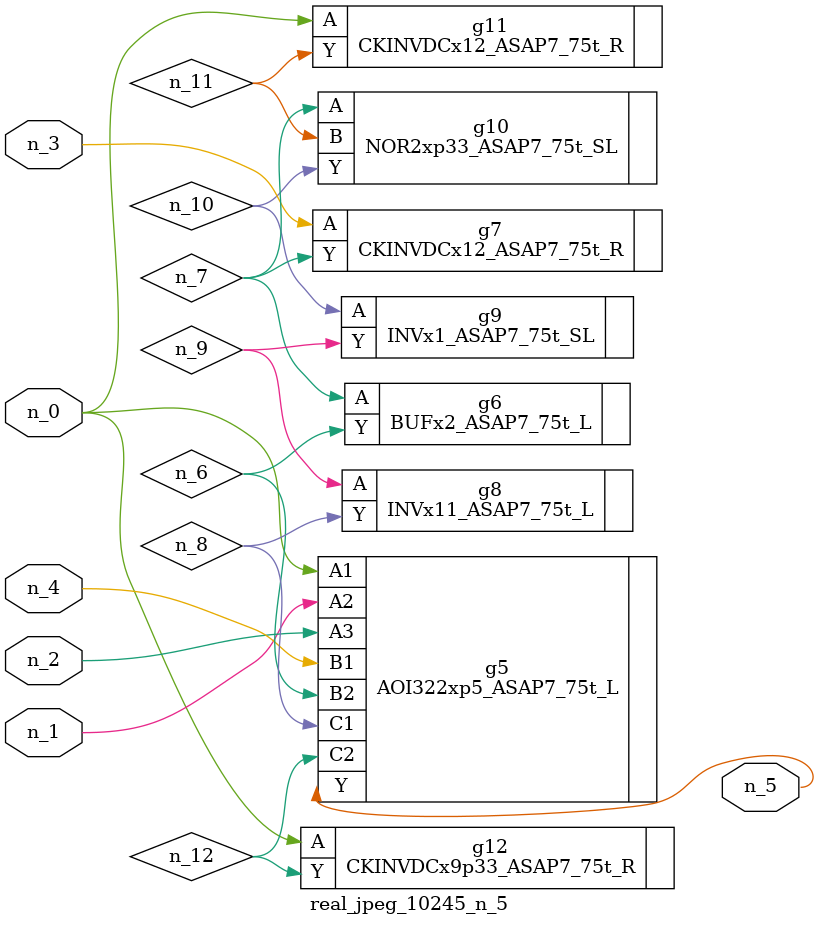
<source format=v>
module real_jpeg_10245_n_5 (n_4, n_0, n_1, n_2, n_3, n_5);

input n_4;
input n_0;
input n_1;
input n_2;
input n_3;

output n_5;

wire n_12;
wire n_8;
wire n_11;
wire n_6;
wire n_7;
wire n_10;
wire n_9;

AOI322xp5_ASAP7_75t_L g5 ( 
.A1(n_0),
.A2(n_1),
.A3(n_2),
.B1(n_4),
.B2(n_6),
.C1(n_8),
.C2(n_12),
.Y(n_5)
);

CKINVDCx12_ASAP7_75t_R g11 ( 
.A(n_0),
.Y(n_11)
);

CKINVDCx9p33_ASAP7_75t_R g12 ( 
.A(n_0),
.Y(n_12)
);

CKINVDCx12_ASAP7_75t_R g7 ( 
.A(n_3),
.Y(n_7)
);

BUFx2_ASAP7_75t_L g6 ( 
.A(n_7),
.Y(n_6)
);

NOR2xp33_ASAP7_75t_SL g10 ( 
.A(n_7),
.B(n_11),
.Y(n_10)
);

INVx11_ASAP7_75t_L g8 ( 
.A(n_9),
.Y(n_8)
);

INVx1_ASAP7_75t_SL g9 ( 
.A(n_10),
.Y(n_9)
);


endmodule
</source>
